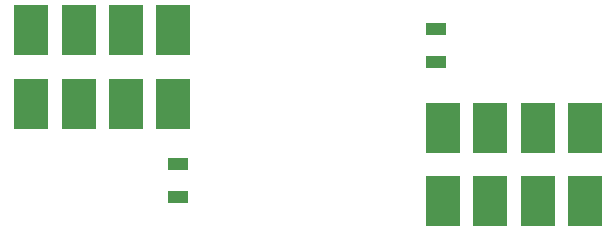
<source format=gbp>
%FSLAX25Y25*%
%MOIN*%
G70*
G01*
G75*
G04 Layer_Color=6049101*
%ADD10R,0.05906X0.05906*%
%ADD11P,0.08352X4X195.0*%
%ADD12P,0.08352X4X75.0*%
%ADD13R,0.05000X0.04000*%
%ADD14C,0.02500*%
%ADD15C,0.16500*%
%ADD16C,0.04000*%
%ADD17R,0.08000X0.05000*%
%ADD18R,0.12205X0.17716*%
%ADD19C,0.05000*%
%ADD20C,0.01000*%
%ADD21C,0.01200*%
%ADD22R,0.04906X0.04906*%
%ADD23P,0.06937X4X195.0*%
%ADD24P,0.06937X4X75.0*%
%ADD25R,0.04000X0.03000*%
%ADD26R,0.07000X0.04000*%
%ADD27R,0.11205X0.16716*%
D26*
X995500Y971500D02*
D03*
Y982500D02*
D03*
X1081500Y1016500D02*
D03*
Y1027500D02*
D03*
D27*
X993996Y1002394D02*
D03*
X978248D02*
D03*
X962500D02*
D03*
X993996Y1027000D02*
D03*
X978248D02*
D03*
X962500D02*
D03*
X946752Y1002394D02*
D03*
Y1027000D02*
D03*
X1131248Y969894D02*
D03*
X1115500D02*
D03*
X1099752D02*
D03*
X1131248Y994500D02*
D03*
X1115500D02*
D03*
X1099752D02*
D03*
X1084004Y969894D02*
D03*
Y994500D02*
D03*
M02*

</source>
